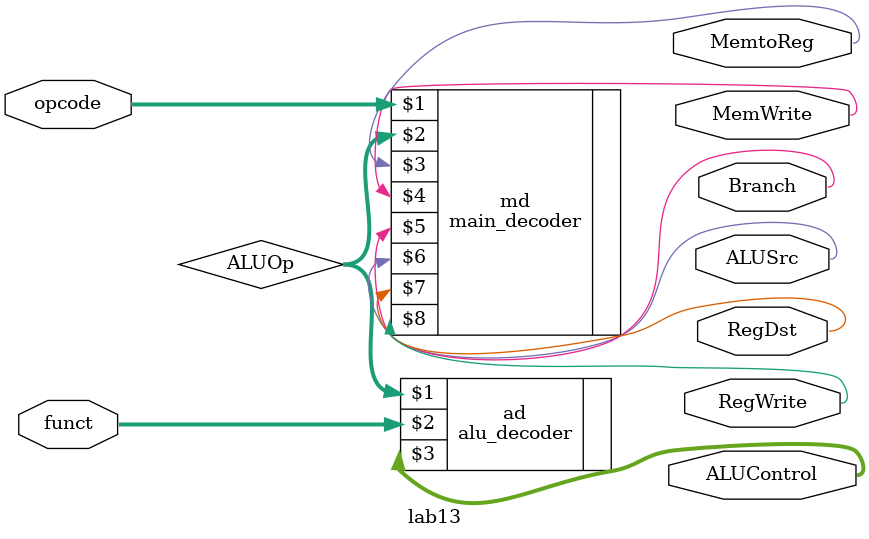
<source format=v>
module lab13(
	input [5:0] opcode, funct,
	output MemtoReg, MemWrite, Branch, ALUSrc, RegDst, RegWrite,
 	output [2:0] ALUControl
);

	wire [1:0] ALUOp;

	main_decoder md(opcode, ALUOp, MemtoReg, MemWrite, Branch, ALUSrc, RegDst, RegWrite);
	alu_decoder ad(ALUOp, funct, ALUControl);

endmodule

</source>
